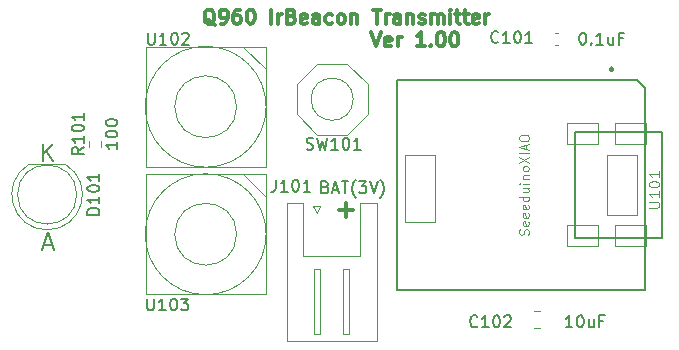
<source format=gbr>
%TF.GenerationSoftware,KiCad,Pcbnew,8.0.4-8.0.4-0~ubuntu22.04.1*%
%TF.CreationDate,2024-07-31T14:37:32+09:00*%
%TF.ProjectId,Q960,51393630-2e6b-4696-9361-645f70636258,1.00*%
%TF.SameCoordinates,Original*%
%TF.FileFunction,Legend,Top*%
%TF.FilePolarity,Positive*%
%FSLAX46Y46*%
G04 Gerber Fmt 4.6, Leading zero omitted, Abs format (unit mm)*
G04 Created by KiCad (PCBNEW 8.0.4-8.0.4-0~ubuntu22.04.1) date 2024-07-31 14:37:32*
%MOMM*%
%LPD*%
G01*
G04 APERTURE LIST*
%ADD10C,0.300000*%
%ADD11C,0.187500*%
%ADD12C,0.150000*%
%ADD13C,0.101600*%
%ADD14C,0.080000*%
%ADD15C,0.120000*%
%ADD16C,0.127000*%
%ADD17C,0.066040*%
%ADD18C,0.254000*%
G04 APERTURE END LIST*
D10*
X143777082Y-92788828D02*
X143662796Y-92731685D01*
X143662796Y-92731685D02*
X143548510Y-92617400D01*
X143548510Y-92617400D02*
X143377082Y-92445971D01*
X143377082Y-92445971D02*
X143262796Y-92388828D01*
X143262796Y-92388828D02*
X143148510Y-92388828D01*
X143205653Y-92674542D02*
X143091368Y-92617400D01*
X143091368Y-92617400D02*
X142977082Y-92503114D01*
X142977082Y-92503114D02*
X142919939Y-92274542D01*
X142919939Y-92274542D02*
X142919939Y-91874542D01*
X142919939Y-91874542D02*
X142977082Y-91645971D01*
X142977082Y-91645971D02*
X143091368Y-91531685D01*
X143091368Y-91531685D02*
X143205653Y-91474542D01*
X143205653Y-91474542D02*
X143434225Y-91474542D01*
X143434225Y-91474542D02*
X143548510Y-91531685D01*
X143548510Y-91531685D02*
X143662796Y-91645971D01*
X143662796Y-91645971D02*
X143719939Y-91874542D01*
X143719939Y-91874542D02*
X143719939Y-92274542D01*
X143719939Y-92274542D02*
X143662796Y-92503114D01*
X143662796Y-92503114D02*
X143548510Y-92617400D01*
X143548510Y-92617400D02*
X143434225Y-92674542D01*
X143434225Y-92674542D02*
X143205653Y-92674542D01*
X144291368Y-92674542D02*
X144519939Y-92674542D01*
X144519939Y-92674542D02*
X144634225Y-92617400D01*
X144634225Y-92617400D02*
X144691368Y-92560257D01*
X144691368Y-92560257D02*
X144805653Y-92388828D01*
X144805653Y-92388828D02*
X144862796Y-92160257D01*
X144862796Y-92160257D02*
X144862796Y-91703114D01*
X144862796Y-91703114D02*
X144805653Y-91588828D01*
X144805653Y-91588828D02*
X144748511Y-91531685D01*
X144748511Y-91531685D02*
X144634225Y-91474542D01*
X144634225Y-91474542D02*
X144405653Y-91474542D01*
X144405653Y-91474542D02*
X144291368Y-91531685D01*
X144291368Y-91531685D02*
X144234225Y-91588828D01*
X144234225Y-91588828D02*
X144177082Y-91703114D01*
X144177082Y-91703114D02*
X144177082Y-91988828D01*
X144177082Y-91988828D02*
X144234225Y-92103114D01*
X144234225Y-92103114D02*
X144291368Y-92160257D01*
X144291368Y-92160257D02*
X144405653Y-92217400D01*
X144405653Y-92217400D02*
X144634225Y-92217400D01*
X144634225Y-92217400D02*
X144748511Y-92160257D01*
X144748511Y-92160257D02*
X144805653Y-92103114D01*
X144805653Y-92103114D02*
X144862796Y-91988828D01*
X145891368Y-91474542D02*
X145662796Y-91474542D01*
X145662796Y-91474542D02*
X145548510Y-91531685D01*
X145548510Y-91531685D02*
X145491368Y-91588828D01*
X145491368Y-91588828D02*
X145377082Y-91760257D01*
X145377082Y-91760257D02*
X145319939Y-91988828D01*
X145319939Y-91988828D02*
X145319939Y-92445971D01*
X145319939Y-92445971D02*
X145377082Y-92560257D01*
X145377082Y-92560257D02*
X145434225Y-92617400D01*
X145434225Y-92617400D02*
X145548510Y-92674542D01*
X145548510Y-92674542D02*
X145777082Y-92674542D01*
X145777082Y-92674542D02*
X145891368Y-92617400D01*
X145891368Y-92617400D02*
X145948510Y-92560257D01*
X145948510Y-92560257D02*
X146005653Y-92445971D01*
X146005653Y-92445971D02*
X146005653Y-92160257D01*
X146005653Y-92160257D02*
X145948510Y-92045971D01*
X145948510Y-92045971D02*
X145891368Y-91988828D01*
X145891368Y-91988828D02*
X145777082Y-91931685D01*
X145777082Y-91931685D02*
X145548510Y-91931685D01*
X145548510Y-91931685D02*
X145434225Y-91988828D01*
X145434225Y-91988828D02*
X145377082Y-92045971D01*
X145377082Y-92045971D02*
X145319939Y-92160257D01*
X146748510Y-91474542D02*
X146862796Y-91474542D01*
X146862796Y-91474542D02*
X146977082Y-91531685D01*
X146977082Y-91531685D02*
X147034225Y-91588828D01*
X147034225Y-91588828D02*
X147091367Y-91703114D01*
X147091367Y-91703114D02*
X147148510Y-91931685D01*
X147148510Y-91931685D02*
X147148510Y-92217400D01*
X147148510Y-92217400D02*
X147091367Y-92445971D01*
X147091367Y-92445971D02*
X147034225Y-92560257D01*
X147034225Y-92560257D02*
X146977082Y-92617400D01*
X146977082Y-92617400D02*
X146862796Y-92674542D01*
X146862796Y-92674542D02*
X146748510Y-92674542D01*
X146748510Y-92674542D02*
X146634225Y-92617400D01*
X146634225Y-92617400D02*
X146577082Y-92560257D01*
X146577082Y-92560257D02*
X146519939Y-92445971D01*
X146519939Y-92445971D02*
X146462796Y-92217400D01*
X146462796Y-92217400D02*
X146462796Y-91931685D01*
X146462796Y-91931685D02*
X146519939Y-91703114D01*
X146519939Y-91703114D02*
X146577082Y-91588828D01*
X146577082Y-91588828D02*
X146634225Y-91531685D01*
X146634225Y-91531685D02*
X146748510Y-91474542D01*
X148577082Y-92674542D02*
X148577082Y-91474542D01*
X149148511Y-92674542D02*
X149148511Y-91874542D01*
X149148511Y-92103114D02*
X149205654Y-91988828D01*
X149205654Y-91988828D02*
X149262797Y-91931685D01*
X149262797Y-91931685D02*
X149377082Y-91874542D01*
X149377082Y-91874542D02*
X149491368Y-91874542D01*
X150291368Y-92045971D02*
X150462796Y-92103114D01*
X150462796Y-92103114D02*
X150519939Y-92160257D01*
X150519939Y-92160257D02*
X150577082Y-92274542D01*
X150577082Y-92274542D02*
X150577082Y-92445971D01*
X150577082Y-92445971D02*
X150519939Y-92560257D01*
X150519939Y-92560257D02*
X150462796Y-92617400D01*
X150462796Y-92617400D02*
X150348511Y-92674542D01*
X150348511Y-92674542D02*
X149891368Y-92674542D01*
X149891368Y-92674542D02*
X149891368Y-91474542D01*
X149891368Y-91474542D02*
X150291368Y-91474542D01*
X150291368Y-91474542D02*
X150405654Y-91531685D01*
X150405654Y-91531685D02*
X150462796Y-91588828D01*
X150462796Y-91588828D02*
X150519939Y-91703114D01*
X150519939Y-91703114D02*
X150519939Y-91817400D01*
X150519939Y-91817400D02*
X150462796Y-91931685D01*
X150462796Y-91931685D02*
X150405654Y-91988828D01*
X150405654Y-91988828D02*
X150291368Y-92045971D01*
X150291368Y-92045971D02*
X149891368Y-92045971D01*
X151548511Y-92617400D02*
X151434225Y-92674542D01*
X151434225Y-92674542D02*
X151205654Y-92674542D01*
X151205654Y-92674542D02*
X151091368Y-92617400D01*
X151091368Y-92617400D02*
X151034225Y-92503114D01*
X151034225Y-92503114D02*
X151034225Y-92045971D01*
X151034225Y-92045971D02*
X151091368Y-91931685D01*
X151091368Y-91931685D02*
X151205654Y-91874542D01*
X151205654Y-91874542D02*
X151434225Y-91874542D01*
X151434225Y-91874542D02*
X151548511Y-91931685D01*
X151548511Y-91931685D02*
X151605654Y-92045971D01*
X151605654Y-92045971D02*
X151605654Y-92160257D01*
X151605654Y-92160257D02*
X151034225Y-92274542D01*
X152634225Y-92674542D02*
X152634225Y-92045971D01*
X152634225Y-92045971D02*
X152577082Y-91931685D01*
X152577082Y-91931685D02*
X152462796Y-91874542D01*
X152462796Y-91874542D02*
X152234225Y-91874542D01*
X152234225Y-91874542D02*
X152119939Y-91931685D01*
X152634225Y-92617400D02*
X152519939Y-92674542D01*
X152519939Y-92674542D02*
X152234225Y-92674542D01*
X152234225Y-92674542D02*
X152119939Y-92617400D01*
X152119939Y-92617400D02*
X152062796Y-92503114D01*
X152062796Y-92503114D02*
X152062796Y-92388828D01*
X152062796Y-92388828D02*
X152119939Y-92274542D01*
X152119939Y-92274542D02*
X152234225Y-92217400D01*
X152234225Y-92217400D02*
X152519939Y-92217400D01*
X152519939Y-92217400D02*
X152634225Y-92160257D01*
X153719939Y-92617400D02*
X153605653Y-92674542D01*
X153605653Y-92674542D02*
X153377081Y-92674542D01*
X153377081Y-92674542D02*
X153262796Y-92617400D01*
X153262796Y-92617400D02*
X153205653Y-92560257D01*
X153205653Y-92560257D02*
X153148510Y-92445971D01*
X153148510Y-92445971D02*
X153148510Y-92103114D01*
X153148510Y-92103114D02*
X153205653Y-91988828D01*
X153205653Y-91988828D02*
X153262796Y-91931685D01*
X153262796Y-91931685D02*
X153377081Y-91874542D01*
X153377081Y-91874542D02*
X153605653Y-91874542D01*
X153605653Y-91874542D02*
X153719939Y-91931685D01*
X154405652Y-92674542D02*
X154291367Y-92617400D01*
X154291367Y-92617400D02*
X154234224Y-92560257D01*
X154234224Y-92560257D02*
X154177081Y-92445971D01*
X154177081Y-92445971D02*
X154177081Y-92103114D01*
X154177081Y-92103114D02*
X154234224Y-91988828D01*
X154234224Y-91988828D02*
X154291367Y-91931685D01*
X154291367Y-91931685D02*
X154405652Y-91874542D01*
X154405652Y-91874542D02*
X154577081Y-91874542D01*
X154577081Y-91874542D02*
X154691367Y-91931685D01*
X154691367Y-91931685D02*
X154748510Y-91988828D01*
X154748510Y-91988828D02*
X154805652Y-92103114D01*
X154805652Y-92103114D02*
X154805652Y-92445971D01*
X154805652Y-92445971D02*
X154748510Y-92560257D01*
X154748510Y-92560257D02*
X154691367Y-92617400D01*
X154691367Y-92617400D02*
X154577081Y-92674542D01*
X154577081Y-92674542D02*
X154405652Y-92674542D01*
X155319938Y-91874542D02*
X155319938Y-92674542D01*
X155319938Y-91988828D02*
X155377081Y-91931685D01*
X155377081Y-91931685D02*
X155491366Y-91874542D01*
X155491366Y-91874542D02*
X155662795Y-91874542D01*
X155662795Y-91874542D02*
X155777081Y-91931685D01*
X155777081Y-91931685D02*
X155834224Y-92045971D01*
X155834224Y-92045971D02*
X155834224Y-92674542D01*
X157148509Y-91474542D02*
X157834224Y-91474542D01*
X157491366Y-92674542D02*
X157491366Y-91474542D01*
X158234224Y-92674542D02*
X158234224Y-91874542D01*
X158234224Y-92103114D02*
X158291367Y-91988828D01*
X158291367Y-91988828D02*
X158348510Y-91931685D01*
X158348510Y-91931685D02*
X158462795Y-91874542D01*
X158462795Y-91874542D02*
X158577081Y-91874542D01*
X159491367Y-92674542D02*
X159491367Y-92045971D01*
X159491367Y-92045971D02*
X159434224Y-91931685D01*
X159434224Y-91931685D02*
X159319938Y-91874542D01*
X159319938Y-91874542D02*
X159091367Y-91874542D01*
X159091367Y-91874542D02*
X158977081Y-91931685D01*
X159491367Y-92617400D02*
X159377081Y-92674542D01*
X159377081Y-92674542D02*
X159091367Y-92674542D01*
X159091367Y-92674542D02*
X158977081Y-92617400D01*
X158977081Y-92617400D02*
X158919938Y-92503114D01*
X158919938Y-92503114D02*
X158919938Y-92388828D01*
X158919938Y-92388828D02*
X158977081Y-92274542D01*
X158977081Y-92274542D02*
X159091367Y-92217400D01*
X159091367Y-92217400D02*
X159377081Y-92217400D01*
X159377081Y-92217400D02*
X159491367Y-92160257D01*
X160062795Y-91874542D02*
X160062795Y-92674542D01*
X160062795Y-91988828D02*
X160119938Y-91931685D01*
X160119938Y-91931685D02*
X160234223Y-91874542D01*
X160234223Y-91874542D02*
X160405652Y-91874542D01*
X160405652Y-91874542D02*
X160519938Y-91931685D01*
X160519938Y-91931685D02*
X160577081Y-92045971D01*
X160577081Y-92045971D02*
X160577081Y-92674542D01*
X161091366Y-92617400D02*
X161205652Y-92674542D01*
X161205652Y-92674542D02*
X161434223Y-92674542D01*
X161434223Y-92674542D02*
X161548509Y-92617400D01*
X161548509Y-92617400D02*
X161605652Y-92503114D01*
X161605652Y-92503114D02*
X161605652Y-92445971D01*
X161605652Y-92445971D02*
X161548509Y-92331685D01*
X161548509Y-92331685D02*
X161434223Y-92274542D01*
X161434223Y-92274542D02*
X161262795Y-92274542D01*
X161262795Y-92274542D02*
X161148509Y-92217400D01*
X161148509Y-92217400D02*
X161091366Y-92103114D01*
X161091366Y-92103114D02*
X161091366Y-92045971D01*
X161091366Y-92045971D02*
X161148509Y-91931685D01*
X161148509Y-91931685D02*
X161262795Y-91874542D01*
X161262795Y-91874542D02*
X161434223Y-91874542D01*
X161434223Y-91874542D02*
X161548509Y-91931685D01*
X162119938Y-92674542D02*
X162119938Y-91874542D01*
X162119938Y-91988828D02*
X162177081Y-91931685D01*
X162177081Y-91931685D02*
X162291366Y-91874542D01*
X162291366Y-91874542D02*
X162462795Y-91874542D01*
X162462795Y-91874542D02*
X162577081Y-91931685D01*
X162577081Y-91931685D02*
X162634224Y-92045971D01*
X162634224Y-92045971D02*
X162634224Y-92674542D01*
X162634224Y-92045971D02*
X162691366Y-91931685D01*
X162691366Y-91931685D02*
X162805652Y-91874542D01*
X162805652Y-91874542D02*
X162977081Y-91874542D01*
X162977081Y-91874542D02*
X163091366Y-91931685D01*
X163091366Y-91931685D02*
X163148509Y-92045971D01*
X163148509Y-92045971D02*
X163148509Y-92674542D01*
X163719938Y-92674542D02*
X163719938Y-91874542D01*
X163719938Y-91474542D02*
X163662795Y-91531685D01*
X163662795Y-91531685D02*
X163719938Y-91588828D01*
X163719938Y-91588828D02*
X163777081Y-91531685D01*
X163777081Y-91531685D02*
X163719938Y-91474542D01*
X163719938Y-91474542D02*
X163719938Y-91588828D01*
X164119938Y-91874542D02*
X164577081Y-91874542D01*
X164291367Y-91474542D02*
X164291367Y-92503114D01*
X164291367Y-92503114D02*
X164348510Y-92617400D01*
X164348510Y-92617400D02*
X164462795Y-92674542D01*
X164462795Y-92674542D02*
X164577081Y-92674542D01*
X164805652Y-91874542D02*
X165262795Y-91874542D01*
X164977081Y-91474542D02*
X164977081Y-92503114D01*
X164977081Y-92503114D02*
X165034224Y-92617400D01*
X165034224Y-92617400D02*
X165148509Y-92674542D01*
X165148509Y-92674542D02*
X165262795Y-92674542D01*
X166119938Y-92617400D02*
X166005652Y-92674542D01*
X166005652Y-92674542D02*
X165777081Y-92674542D01*
X165777081Y-92674542D02*
X165662795Y-92617400D01*
X165662795Y-92617400D02*
X165605652Y-92503114D01*
X165605652Y-92503114D02*
X165605652Y-92045971D01*
X165605652Y-92045971D02*
X165662795Y-91931685D01*
X165662795Y-91931685D02*
X165777081Y-91874542D01*
X165777081Y-91874542D02*
X166005652Y-91874542D01*
X166005652Y-91874542D02*
X166119938Y-91931685D01*
X166119938Y-91931685D02*
X166177081Y-92045971D01*
X166177081Y-92045971D02*
X166177081Y-92160257D01*
X166177081Y-92160257D02*
X165605652Y-92274542D01*
X166691366Y-92674542D02*
X166691366Y-91874542D01*
X166691366Y-92103114D02*
X166748509Y-91988828D01*
X166748509Y-91988828D02*
X166805652Y-91931685D01*
X166805652Y-91931685D02*
X166919937Y-91874542D01*
X166919937Y-91874542D02*
X167034223Y-91874542D01*
X154304510Y-108449400D02*
X155447368Y-108449400D01*
X154875939Y-109020828D02*
X154875939Y-107877971D01*
D11*
X129258497Y-104327678D02*
X129258497Y-102827678D01*
X130115640Y-104327678D02*
X129472783Y-103470535D01*
X130115640Y-102827678D02*
X129258497Y-103684821D01*
X129314069Y-111392107D02*
X130028355Y-111392107D01*
X129171212Y-111820678D02*
X129671212Y-110320678D01*
X129671212Y-110320678D02*
X130171212Y-111820678D01*
D10*
X157029653Y-93379542D02*
X157429653Y-94579542D01*
X157429653Y-94579542D02*
X157829653Y-93379542D01*
X158686796Y-94522400D02*
X158572510Y-94579542D01*
X158572510Y-94579542D02*
X158343939Y-94579542D01*
X158343939Y-94579542D02*
X158229653Y-94522400D01*
X158229653Y-94522400D02*
X158172510Y-94408114D01*
X158172510Y-94408114D02*
X158172510Y-93950971D01*
X158172510Y-93950971D02*
X158229653Y-93836685D01*
X158229653Y-93836685D02*
X158343939Y-93779542D01*
X158343939Y-93779542D02*
X158572510Y-93779542D01*
X158572510Y-93779542D02*
X158686796Y-93836685D01*
X158686796Y-93836685D02*
X158743939Y-93950971D01*
X158743939Y-93950971D02*
X158743939Y-94065257D01*
X158743939Y-94065257D02*
X158172510Y-94179542D01*
X159258224Y-94579542D02*
X159258224Y-93779542D01*
X159258224Y-94008114D02*
X159315367Y-93893828D01*
X159315367Y-93893828D02*
X159372510Y-93836685D01*
X159372510Y-93836685D02*
X159486795Y-93779542D01*
X159486795Y-93779542D02*
X159601081Y-93779542D01*
X161543938Y-94579542D02*
X160858224Y-94579542D01*
X161201081Y-94579542D02*
X161201081Y-93379542D01*
X161201081Y-93379542D02*
X161086795Y-93550971D01*
X161086795Y-93550971D02*
X160972510Y-93665257D01*
X160972510Y-93665257D02*
X160858224Y-93722400D01*
X162058224Y-94465257D02*
X162115367Y-94522400D01*
X162115367Y-94522400D02*
X162058224Y-94579542D01*
X162058224Y-94579542D02*
X162001081Y-94522400D01*
X162001081Y-94522400D02*
X162058224Y-94465257D01*
X162058224Y-94465257D02*
X162058224Y-94579542D01*
X162858224Y-93379542D02*
X162972510Y-93379542D01*
X162972510Y-93379542D02*
X163086796Y-93436685D01*
X163086796Y-93436685D02*
X163143939Y-93493828D01*
X163143939Y-93493828D02*
X163201081Y-93608114D01*
X163201081Y-93608114D02*
X163258224Y-93836685D01*
X163258224Y-93836685D02*
X163258224Y-94122400D01*
X163258224Y-94122400D02*
X163201081Y-94350971D01*
X163201081Y-94350971D02*
X163143939Y-94465257D01*
X163143939Y-94465257D02*
X163086796Y-94522400D01*
X163086796Y-94522400D02*
X162972510Y-94579542D01*
X162972510Y-94579542D02*
X162858224Y-94579542D01*
X162858224Y-94579542D02*
X162743939Y-94522400D01*
X162743939Y-94522400D02*
X162686796Y-94465257D01*
X162686796Y-94465257D02*
X162629653Y-94350971D01*
X162629653Y-94350971D02*
X162572510Y-94122400D01*
X162572510Y-94122400D02*
X162572510Y-93836685D01*
X162572510Y-93836685D02*
X162629653Y-93608114D01*
X162629653Y-93608114D02*
X162686796Y-93493828D01*
X162686796Y-93493828D02*
X162743939Y-93436685D01*
X162743939Y-93436685D02*
X162858224Y-93379542D01*
X164001081Y-93379542D02*
X164115367Y-93379542D01*
X164115367Y-93379542D02*
X164229653Y-93436685D01*
X164229653Y-93436685D02*
X164286796Y-93493828D01*
X164286796Y-93493828D02*
X164343938Y-93608114D01*
X164343938Y-93608114D02*
X164401081Y-93836685D01*
X164401081Y-93836685D02*
X164401081Y-94122400D01*
X164401081Y-94122400D02*
X164343938Y-94350971D01*
X164343938Y-94350971D02*
X164286796Y-94465257D01*
X164286796Y-94465257D02*
X164229653Y-94522400D01*
X164229653Y-94522400D02*
X164115367Y-94579542D01*
X164115367Y-94579542D02*
X164001081Y-94579542D01*
X164001081Y-94579542D02*
X163886796Y-94522400D01*
X163886796Y-94522400D02*
X163829653Y-94465257D01*
X163829653Y-94465257D02*
X163772510Y-94350971D01*
X163772510Y-94350971D02*
X163715367Y-94122400D01*
X163715367Y-94122400D02*
X163715367Y-93836685D01*
X163715367Y-93836685D02*
X163772510Y-93608114D01*
X163772510Y-93608114D02*
X163829653Y-93493828D01*
X163829653Y-93493828D02*
X163886796Y-93436685D01*
X163886796Y-93436685D02*
X164001081Y-93379542D01*
D12*
X138061339Y-115933860D02*
X138061339Y-116743383D01*
X138061339Y-116743383D02*
X138108958Y-116838621D01*
X138108958Y-116838621D02*
X138156577Y-116886241D01*
X138156577Y-116886241D02*
X138251815Y-116933860D01*
X138251815Y-116933860D02*
X138442291Y-116933860D01*
X138442291Y-116933860D02*
X138537529Y-116886241D01*
X138537529Y-116886241D02*
X138585148Y-116838621D01*
X138585148Y-116838621D02*
X138632767Y-116743383D01*
X138632767Y-116743383D02*
X138632767Y-115933860D01*
X139632767Y-116933860D02*
X139061339Y-116933860D01*
X139347053Y-116933860D02*
X139347053Y-115933860D01*
X139347053Y-115933860D02*
X139251815Y-116076717D01*
X139251815Y-116076717D02*
X139156577Y-116171955D01*
X139156577Y-116171955D02*
X139061339Y-116219574D01*
X140251815Y-115933860D02*
X140347053Y-115933860D01*
X140347053Y-115933860D02*
X140442291Y-115981479D01*
X140442291Y-115981479D02*
X140489910Y-116029098D01*
X140489910Y-116029098D02*
X140537529Y-116124336D01*
X140537529Y-116124336D02*
X140585148Y-116314812D01*
X140585148Y-116314812D02*
X140585148Y-116552907D01*
X140585148Y-116552907D02*
X140537529Y-116743383D01*
X140537529Y-116743383D02*
X140489910Y-116838621D01*
X140489910Y-116838621D02*
X140442291Y-116886241D01*
X140442291Y-116886241D02*
X140347053Y-116933860D01*
X140347053Y-116933860D02*
X140251815Y-116933860D01*
X140251815Y-116933860D02*
X140156577Y-116886241D01*
X140156577Y-116886241D02*
X140108958Y-116838621D01*
X140108958Y-116838621D02*
X140061339Y-116743383D01*
X140061339Y-116743383D02*
X140013720Y-116552907D01*
X140013720Y-116552907D02*
X140013720Y-116314812D01*
X140013720Y-116314812D02*
X140061339Y-116124336D01*
X140061339Y-116124336D02*
X140108958Y-116029098D01*
X140108958Y-116029098D02*
X140156577Y-115981479D01*
X140156577Y-115981479D02*
X140251815Y-115933860D01*
X140918482Y-115933860D02*
X141537529Y-115933860D01*
X141537529Y-115933860D02*
X141204196Y-116314812D01*
X141204196Y-116314812D02*
X141347053Y-116314812D01*
X141347053Y-116314812D02*
X141442291Y-116362431D01*
X141442291Y-116362431D02*
X141489910Y-116410050D01*
X141489910Y-116410050D02*
X141537529Y-116505288D01*
X141537529Y-116505288D02*
X141537529Y-116743383D01*
X141537529Y-116743383D02*
X141489910Y-116838621D01*
X141489910Y-116838621D02*
X141442291Y-116886241D01*
X141442291Y-116886241D02*
X141347053Y-116933860D01*
X141347053Y-116933860D02*
X141061339Y-116933860D01*
X141061339Y-116933860D02*
X140966101Y-116886241D01*
X140966101Y-116886241D02*
X140918482Y-116838621D01*
X151551286Y-103277200D02*
X151694143Y-103324819D01*
X151694143Y-103324819D02*
X151932238Y-103324819D01*
X151932238Y-103324819D02*
X152027476Y-103277200D01*
X152027476Y-103277200D02*
X152075095Y-103229580D01*
X152075095Y-103229580D02*
X152122714Y-103134342D01*
X152122714Y-103134342D02*
X152122714Y-103039104D01*
X152122714Y-103039104D02*
X152075095Y-102943866D01*
X152075095Y-102943866D02*
X152027476Y-102896247D01*
X152027476Y-102896247D02*
X151932238Y-102848628D01*
X151932238Y-102848628D02*
X151741762Y-102801009D01*
X151741762Y-102801009D02*
X151646524Y-102753390D01*
X151646524Y-102753390D02*
X151598905Y-102705771D01*
X151598905Y-102705771D02*
X151551286Y-102610533D01*
X151551286Y-102610533D02*
X151551286Y-102515295D01*
X151551286Y-102515295D02*
X151598905Y-102420057D01*
X151598905Y-102420057D02*
X151646524Y-102372438D01*
X151646524Y-102372438D02*
X151741762Y-102324819D01*
X151741762Y-102324819D02*
X151979857Y-102324819D01*
X151979857Y-102324819D02*
X152122714Y-102372438D01*
X152456048Y-102324819D02*
X152694143Y-103324819D01*
X152694143Y-103324819D02*
X152884619Y-102610533D01*
X152884619Y-102610533D02*
X153075095Y-103324819D01*
X153075095Y-103324819D02*
X153313191Y-102324819D01*
X154217952Y-103324819D02*
X153646524Y-103324819D01*
X153932238Y-103324819D02*
X153932238Y-102324819D01*
X153932238Y-102324819D02*
X153837000Y-102467676D01*
X153837000Y-102467676D02*
X153741762Y-102562914D01*
X153741762Y-102562914D02*
X153646524Y-102610533D01*
X154837000Y-102324819D02*
X154932238Y-102324819D01*
X154932238Y-102324819D02*
X155027476Y-102372438D01*
X155027476Y-102372438D02*
X155075095Y-102420057D01*
X155075095Y-102420057D02*
X155122714Y-102515295D01*
X155122714Y-102515295D02*
X155170333Y-102705771D01*
X155170333Y-102705771D02*
X155170333Y-102943866D01*
X155170333Y-102943866D02*
X155122714Y-103134342D01*
X155122714Y-103134342D02*
X155075095Y-103229580D01*
X155075095Y-103229580D02*
X155027476Y-103277200D01*
X155027476Y-103277200D02*
X154932238Y-103324819D01*
X154932238Y-103324819D02*
X154837000Y-103324819D01*
X154837000Y-103324819D02*
X154741762Y-103277200D01*
X154741762Y-103277200D02*
X154694143Y-103229580D01*
X154694143Y-103229580D02*
X154646524Y-103134342D01*
X154646524Y-103134342D02*
X154598905Y-102943866D01*
X154598905Y-102943866D02*
X154598905Y-102705771D01*
X154598905Y-102705771D02*
X154646524Y-102515295D01*
X154646524Y-102515295D02*
X154694143Y-102420057D01*
X154694143Y-102420057D02*
X154741762Y-102372438D01*
X154741762Y-102372438D02*
X154837000Y-102324819D01*
X156122714Y-103324819D02*
X155551286Y-103324819D01*
X155837000Y-103324819D02*
X155837000Y-102324819D01*
X155837000Y-102324819D02*
X155741762Y-102467676D01*
X155741762Y-102467676D02*
X155646524Y-102562914D01*
X155646524Y-102562914D02*
X155551286Y-102610533D01*
X132668819Y-103119047D02*
X132192628Y-103452380D01*
X132668819Y-103690475D02*
X131668819Y-103690475D01*
X131668819Y-103690475D02*
X131668819Y-103309523D01*
X131668819Y-103309523D02*
X131716438Y-103214285D01*
X131716438Y-103214285D02*
X131764057Y-103166666D01*
X131764057Y-103166666D02*
X131859295Y-103119047D01*
X131859295Y-103119047D02*
X132002152Y-103119047D01*
X132002152Y-103119047D02*
X132097390Y-103166666D01*
X132097390Y-103166666D02*
X132145009Y-103214285D01*
X132145009Y-103214285D02*
X132192628Y-103309523D01*
X132192628Y-103309523D02*
X132192628Y-103690475D01*
X132668819Y-102166666D02*
X132668819Y-102738094D01*
X132668819Y-102452380D02*
X131668819Y-102452380D01*
X131668819Y-102452380D02*
X131811676Y-102547618D01*
X131811676Y-102547618D02*
X131906914Y-102642856D01*
X131906914Y-102642856D02*
X131954533Y-102738094D01*
X131668819Y-101547618D02*
X131668819Y-101452380D01*
X131668819Y-101452380D02*
X131716438Y-101357142D01*
X131716438Y-101357142D02*
X131764057Y-101309523D01*
X131764057Y-101309523D02*
X131859295Y-101261904D01*
X131859295Y-101261904D02*
X132049771Y-101214285D01*
X132049771Y-101214285D02*
X132287866Y-101214285D01*
X132287866Y-101214285D02*
X132478342Y-101261904D01*
X132478342Y-101261904D02*
X132573580Y-101309523D01*
X132573580Y-101309523D02*
X132621200Y-101357142D01*
X132621200Y-101357142D02*
X132668819Y-101452380D01*
X132668819Y-101452380D02*
X132668819Y-101547618D01*
X132668819Y-101547618D02*
X132621200Y-101642856D01*
X132621200Y-101642856D02*
X132573580Y-101690475D01*
X132573580Y-101690475D02*
X132478342Y-101738094D01*
X132478342Y-101738094D02*
X132287866Y-101785713D01*
X132287866Y-101785713D02*
X132049771Y-101785713D01*
X132049771Y-101785713D02*
X131859295Y-101738094D01*
X131859295Y-101738094D02*
X131764057Y-101690475D01*
X131764057Y-101690475D02*
X131716438Y-101642856D01*
X131716438Y-101642856D02*
X131668819Y-101547618D01*
X132668819Y-100261904D02*
X132668819Y-100833332D01*
X132668819Y-100547618D02*
X131668819Y-100547618D01*
X131668819Y-100547618D02*
X131811676Y-100642856D01*
X131811676Y-100642856D02*
X131906914Y-100738094D01*
X131906914Y-100738094D02*
X131954533Y-100833332D01*
X135528819Y-102666666D02*
X135528819Y-103238094D01*
X135528819Y-102952380D02*
X134528819Y-102952380D01*
X134528819Y-102952380D02*
X134671676Y-103047618D01*
X134671676Y-103047618D02*
X134766914Y-103142856D01*
X134766914Y-103142856D02*
X134814533Y-103238094D01*
X134528819Y-102047618D02*
X134528819Y-101952380D01*
X134528819Y-101952380D02*
X134576438Y-101857142D01*
X134576438Y-101857142D02*
X134624057Y-101809523D01*
X134624057Y-101809523D02*
X134719295Y-101761904D01*
X134719295Y-101761904D02*
X134909771Y-101714285D01*
X134909771Y-101714285D02*
X135147866Y-101714285D01*
X135147866Y-101714285D02*
X135338342Y-101761904D01*
X135338342Y-101761904D02*
X135433580Y-101809523D01*
X135433580Y-101809523D02*
X135481200Y-101857142D01*
X135481200Y-101857142D02*
X135528819Y-101952380D01*
X135528819Y-101952380D02*
X135528819Y-102047618D01*
X135528819Y-102047618D02*
X135481200Y-102142856D01*
X135481200Y-102142856D02*
X135433580Y-102190475D01*
X135433580Y-102190475D02*
X135338342Y-102238094D01*
X135338342Y-102238094D02*
X135147866Y-102285713D01*
X135147866Y-102285713D02*
X134909771Y-102285713D01*
X134909771Y-102285713D02*
X134719295Y-102238094D01*
X134719295Y-102238094D02*
X134624057Y-102190475D01*
X134624057Y-102190475D02*
X134576438Y-102142856D01*
X134576438Y-102142856D02*
X134528819Y-102047618D01*
X134528819Y-101095237D02*
X134528819Y-100999999D01*
X134528819Y-100999999D02*
X134576438Y-100904761D01*
X134576438Y-100904761D02*
X134624057Y-100857142D01*
X134624057Y-100857142D02*
X134719295Y-100809523D01*
X134719295Y-100809523D02*
X134909771Y-100761904D01*
X134909771Y-100761904D02*
X135147866Y-100761904D01*
X135147866Y-100761904D02*
X135338342Y-100809523D01*
X135338342Y-100809523D02*
X135433580Y-100857142D01*
X135433580Y-100857142D02*
X135481200Y-100904761D01*
X135481200Y-100904761D02*
X135528819Y-100999999D01*
X135528819Y-100999999D02*
X135528819Y-101095237D01*
X135528819Y-101095237D02*
X135481200Y-101190475D01*
X135481200Y-101190475D02*
X135433580Y-101238094D01*
X135433580Y-101238094D02*
X135338342Y-101285713D01*
X135338342Y-101285713D02*
X135147866Y-101333332D01*
X135147866Y-101333332D02*
X134909771Y-101333332D01*
X134909771Y-101333332D02*
X134719295Y-101285713D01*
X134719295Y-101285713D02*
X134624057Y-101238094D01*
X134624057Y-101238094D02*
X134576438Y-101190475D01*
X134576438Y-101190475D02*
X134528819Y-101095237D01*
X148955285Y-105880819D02*
X148955285Y-106595104D01*
X148955285Y-106595104D02*
X148907666Y-106737961D01*
X148907666Y-106737961D02*
X148812428Y-106833200D01*
X148812428Y-106833200D02*
X148669571Y-106880819D01*
X148669571Y-106880819D02*
X148574333Y-106880819D01*
X149955285Y-106880819D02*
X149383857Y-106880819D01*
X149669571Y-106880819D02*
X149669571Y-105880819D01*
X149669571Y-105880819D02*
X149574333Y-106023676D01*
X149574333Y-106023676D02*
X149479095Y-106118914D01*
X149479095Y-106118914D02*
X149383857Y-106166533D01*
X150574333Y-105880819D02*
X150669571Y-105880819D01*
X150669571Y-105880819D02*
X150764809Y-105928438D01*
X150764809Y-105928438D02*
X150812428Y-105976057D01*
X150812428Y-105976057D02*
X150860047Y-106071295D01*
X150860047Y-106071295D02*
X150907666Y-106261771D01*
X150907666Y-106261771D02*
X150907666Y-106499866D01*
X150907666Y-106499866D02*
X150860047Y-106690342D01*
X150860047Y-106690342D02*
X150812428Y-106785580D01*
X150812428Y-106785580D02*
X150764809Y-106833200D01*
X150764809Y-106833200D02*
X150669571Y-106880819D01*
X150669571Y-106880819D02*
X150574333Y-106880819D01*
X150574333Y-106880819D02*
X150479095Y-106833200D01*
X150479095Y-106833200D02*
X150431476Y-106785580D01*
X150431476Y-106785580D02*
X150383857Y-106690342D01*
X150383857Y-106690342D02*
X150336238Y-106499866D01*
X150336238Y-106499866D02*
X150336238Y-106261771D01*
X150336238Y-106261771D02*
X150383857Y-106071295D01*
X150383857Y-106071295D02*
X150431476Y-105976057D01*
X150431476Y-105976057D02*
X150479095Y-105928438D01*
X150479095Y-105928438D02*
X150574333Y-105880819D01*
X151860047Y-106880819D02*
X151288619Y-106880819D01*
X151574333Y-106880819D02*
X151574333Y-105880819D01*
X151574333Y-105880819D02*
X151479095Y-106023676D01*
X151479095Y-106023676D02*
X151383857Y-106118914D01*
X151383857Y-106118914D02*
X151288619Y-106166533D01*
X153138475Y-106484009D02*
X153281332Y-106531628D01*
X153281332Y-106531628D02*
X153328951Y-106579247D01*
X153328951Y-106579247D02*
X153376570Y-106674485D01*
X153376570Y-106674485D02*
X153376570Y-106817342D01*
X153376570Y-106817342D02*
X153328951Y-106912580D01*
X153328951Y-106912580D02*
X153281332Y-106960200D01*
X153281332Y-106960200D02*
X153186094Y-107007819D01*
X153186094Y-107007819D02*
X152805142Y-107007819D01*
X152805142Y-107007819D02*
X152805142Y-106007819D01*
X152805142Y-106007819D02*
X153138475Y-106007819D01*
X153138475Y-106007819D02*
X153233713Y-106055438D01*
X153233713Y-106055438D02*
X153281332Y-106103057D01*
X153281332Y-106103057D02*
X153328951Y-106198295D01*
X153328951Y-106198295D02*
X153328951Y-106293533D01*
X153328951Y-106293533D02*
X153281332Y-106388771D01*
X153281332Y-106388771D02*
X153233713Y-106436390D01*
X153233713Y-106436390D02*
X153138475Y-106484009D01*
X153138475Y-106484009D02*
X152805142Y-106484009D01*
X153757523Y-106722104D02*
X154233713Y-106722104D01*
X153662285Y-107007819D02*
X153995618Y-106007819D01*
X153995618Y-106007819D02*
X154328951Y-107007819D01*
X154519428Y-106007819D02*
X155090856Y-106007819D01*
X154805142Y-107007819D02*
X154805142Y-106007819D01*
X155709904Y-107388771D02*
X155662285Y-107341152D01*
X155662285Y-107341152D02*
X155567047Y-107198295D01*
X155567047Y-107198295D02*
X155519428Y-107103057D01*
X155519428Y-107103057D02*
X155471809Y-106960200D01*
X155471809Y-106960200D02*
X155424190Y-106722104D01*
X155424190Y-106722104D02*
X155424190Y-106531628D01*
X155424190Y-106531628D02*
X155471809Y-106293533D01*
X155471809Y-106293533D02*
X155519428Y-106150676D01*
X155519428Y-106150676D02*
X155567047Y-106055438D01*
X155567047Y-106055438D02*
X155662285Y-105912580D01*
X155662285Y-105912580D02*
X155709904Y-105864961D01*
X155995619Y-106007819D02*
X156614666Y-106007819D01*
X156614666Y-106007819D02*
X156281333Y-106388771D01*
X156281333Y-106388771D02*
X156424190Y-106388771D01*
X156424190Y-106388771D02*
X156519428Y-106436390D01*
X156519428Y-106436390D02*
X156567047Y-106484009D01*
X156567047Y-106484009D02*
X156614666Y-106579247D01*
X156614666Y-106579247D02*
X156614666Y-106817342D01*
X156614666Y-106817342D02*
X156567047Y-106912580D01*
X156567047Y-106912580D02*
X156519428Y-106960200D01*
X156519428Y-106960200D02*
X156424190Y-107007819D01*
X156424190Y-107007819D02*
X156138476Y-107007819D01*
X156138476Y-107007819D02*
X156043238Y-106960200D01*
X156043238Y-106960200D02*
X155995619Y-106912580D01*
X156900381Y-106007819D02*
X157233714Y-107007819D01*
X157233714Y-107007819D02*
X157567047Y-106007819D01*
X157805143Y-107388771D02*
X157852762Y-107341152D01*
X157852762Y-107341152D02*
X157948000Y-107198295D01*
X157948000Y-107198295D02*
X157995619Y-107103057D01*
X157995619Y-107103057D02*
X158043238Y-106960200D01*
X158043238Y-106960200D02*
X158090857Y-106722104D01*
X158090857Y-106722104D02*
X158090857Y-106531628D01*
X158090857Y-106531628D02*
X158043238Y-106293533D01*
X158043238Y-106293533D02*
X157995619Y-106150676D01*
X157995619Y-106150676D02*
X157948000Y-106055438D01*
X157948000Y-106055438D02*
X157852762Y-105912580D01*
X157852762Y-105912580D02*
X157805143Y-105864961D01*
D13*
X180511665Y-108265380D02*
X181231332Y-108265380D01*
X181231332Y-108265380D02*
X181315998Y-108223047D01*
X181315998Y-108223047D02*
X181358332Y-108180713D01*
X181358332Y-108180713D02*
X181400665Y-108096047D01*
X181400665Y-108096047D02*
X181400665Y-107926713D01*
X181400665Y-107926713D02*
X181358332Y-107842047D01*
X181358332Y-107842047D02*
X181315998Y-107799713D01*
X181315998Y-107799713D02*
X181231332Y-107757380D01*
X181231332Y-107757380D02*
X180511665Y-107757380D01*
X181400665Y-106868380D02*
X181400665Y-107376380D01*
X181400665Y-107122380D02*
X180511665Y-107122380D01*
X180511665Y-107122380D02*
X180638665Y-107207047D01*
X180638665Y-107207047D02*
X180723332Y-107291714D01*
X180723332Y-107291714D02*
X180765665Y-107376380D01*
X180511665Y-106318047D02*
X180511665Y-106233380D01*
X180511665Y-106233380D02*
X180553998Y-106148713D01*
X180553998Y-106148713D02*
X180596332Y-106106380D01*
X180596332Y-106106380D02*
X180680998Y-106064047D01*
X180680998Y-106064047D02*
X180850332Y-106021713D01*
X180850332Y-106021713D02*
X181061998Y-106021713D01*
X181061998Y-106021713D02*
X181231332Y-106064047D01*
X181231332Y-106064047D02*
X181315998Y-106106380D01*
X181315998Y-106106380D02*
X181358332Y-106148713D01*
X181358332Y-106148713D02*
X181400665Y-106233380D01*
X181400665Y-106233380D02*
X181400665Y-106318047D01*
X181400665Y-106318047D02*
X181358332Y-106402713D01*
X181358332Y-106402713D02*
X181315998Y-106445047D01*
X181315998Y-106445047D02*
X181231332Y-106487380D01*
X181231332Y-106487380D02*
X181061998Y-106529713D01*
X181061998Y-106529713D02*
X180850332Y-106529713D01*
X180850332Y-106529713D02*
X180680998Y-106487380D01*
X180680998Y-106487380D02*
X180596332Y-106445047D01*
X180596332Y-106445047D02*
X180553998Y-106402713D01*
X180553998Y-106402713D02*
X180511665Y-106318047D01*
X181400665Y-105175046D02*
X181400665Y-105683046D01*
X181400665Y-105429046D02*
X180511665Y-105429046D01*
X180511665Y-105429046D02*
X180638665Y-105513713D01*
X180638665Y-105513713D02*
X180723332Y-105598380D01*
X180723332Y-105598380D02*
X180765665Y-105683046D01*
D14*
X170337020Y-110525451D02*
X170375115Y-110411165D01*
X170375115Y-110411165D02*
X170375115Y-110220689D01*
X170375115Y-110220689D02*
X170337020Y-110144498D01*
X170337020Y-110144498D02*
X170298924Y-110106403D01*
X170298924Y-110106403D02*
X170222734Y-110068308D01*
X170222734Y-110068308D02*
X170146543Y-110068308D01*
X170146543Y-110068308D02*
X170070353Y-110106403D01*
X170070353Y-110106403D02*
X170032258Y-110144498D01*
X170032258Y-110144498D02*
X169994162Y-110220689D01*
X169994162Y-110220689D02*
X169956067Y-110373070D01*
X169956067Y-110373070D02*
X169917972Y-110449260D01*
X169917972Y-110449260D02*
X169879877Y-110487355D01*
X169879877Y-110487355D02*
X169803686Y-110525451D01*
X169803686Y-110525451D02*
X169727496Y-110525451D01*
X169727496Y-110525451D02*
X169651305Y-110487355D01*
X169651305Y-110487355D02*
X169613210Y-110449260D01*
X169613210Y-110449260D02*
X169575115Y-110373070D01*
X169575115Y-110373070D02*
X169575115Y-110182593D01*
X169575115Y-110182593D02*
X169613210Y-110068308D01*
X170337020Y-109420688D02*
X170375115Y-109496879D01*
X170375115Y-109496879D02*
X170375115Y-109649260D01*
X170375115Y-109649260D02*
X170337020Y-109725450D01*
X170337020Y-109725450D02*
X170260829Y-109763546D01*
X170260829Y-109763546D02*
X169956067Y-109763546D01*
X169956067Y-109763546D02*
X169879877Y-109725450D01*
X169879877Y-109725450D02*
X169841781Y-109649260D01*
X169841781Y-109649260D02*
X169841781Y-109496879D01*
X169841781Y-109496879D02*
X169879877Y-109420688D01*
X169879877Y-109420688D02*
X169956067Y-109382593D01*
X169956067Y-109382593D02*
X170032258Y-109382593D01*
X170032258Y-109382593D02*
X170108448Y-109763546D01*
X170337020Y-108734974D02*
X170375115Y-108811165D01*
X170375115Y-108811165D02*
X170375115Y-108963546D01*
X170375115Y-108963546D02*
X170337020Y-109039736D01*
X170337020Y-109039736D02*
X170260829Y-109077832D01*
X170260829Y-109077832D02*
X169956067Y-109077832D01*
X169956067Y-109077832D02*
X169879877Y-109039736D01*
X169879877Y-109039736D02*
X169841781Y-108963546D01*
X169841781Y-108963546D02*
X169841781Y-108811165D01*
X169841781Y-108811165D02*
X169879877Y-108734974D01*
X169879877Y-108734974D02*
X169956067Y-108696879D01*
X169956067Y-108696879D02*
X170032258Y-108696879D01*
X170032258Y-108696879D02*
X170108448Y-109077832D01*
X170337020Y-108049260D02*
X170375115Y-108125451D01*
X170375115Y-108125451D02*
X170375115Y-108277832D01*
X170375115Y-108277832D02*
X170337020Y-108354022D01*
X170337020Y-108354022D02*
X170260829Y-108392118D01*
X170260829Y-108392118D02*
X169956067Y-108392118D01*
X169956067Y-108392118D02*
X169879877Y-108354022D01*
X169879877Y-108354022D02*
X169841781Y-108277832D01*
X169841781Y-108277832D02*
X169841781Y-108125451D01*
X169841781Y-108125451D02*
X169879877Y-108049260D01*
X169879877Y-108049260D02*
X169956067Y-108011165D01*
X169956067Y-108011165D02*
X170032258Y-108011165D01*
X170032258Y-108011165D02*
X170108448Y-108392118D01*
X170375115Y-107325451D02*
X169575115Y-107325451D01*
X170337020Y-107325451D02*
X170375115Y-107401642D01*
X170375115Y-107401642D02*
X170375115Y-107554023D01*
X170375115Y-107554023D02*
X170337020Y-107630213D01*
X170337020Y-107630213D02*
X170298924Y-107668308D01*
X170298924Y-107668308D02*
X170222734Y-107706404D01*
X170222734Y-107706404D02*
X169994162Y-107706404D01*
X169994162Y-107706404D02*
X169917972Y-107668308D01*
X169917972Y-107668308D02*
X169879877Y-107630213D01*
X169879877Y-107630213D02*
X169841781Y-107554023D01*
X169841781Y-107554023D02*
X169841781Y-107401642D01*
X169841781Y-107401642D02*
X169879877Y-107325451D01*
X169841781Y-106601641D02*
X170375115Y-106601641D01*
X169841781Y-106944498D02*
X170260829Y-106944498D01*
X170260829Y-106944498D02*
X170337020Y-106906403D01*
X170337020Y-106906403D02*
X170375115Y-106830213D01*
X170375115Y-106830213D02*
X170375115Y-106715927D01*
X170375115Y-106715927D02*
X170337020Y-106639736D01*
X170337020Y-106639736D02*
X170298924Y-106601641D01*
X170375115Y-106220688D02*
X169841781Y-106220688D01*
X169575115Y-106220688D02*
X169613210Y-106258784D01*
X169613210Y-106258784D02*
X169651305Y-106220688D01*
X169651305Y-106220688D02*
X169613210Y-106182593D01*
X169613210Y-106182593D02*
X169575115Y-106220688D01*
X169575115Y-106220688D02*
X169651305Y-106220688D01*
X169841781Y-105839736D02*
X170375115Y-105839736D01*
X169917972Y-105839736D02*
X169879877Y-105801641D01*
X169879877Y-105801641D02*
X169841781Y-105725451D01*
X169841781Y-105725451D02*
X169841781Y-105611165D01*
X169841781Y-105611165D02*
X169879877Y-105534974D01*
X169879877Y-105534974D02*
X169956067Y-105496879D01*
X169956067Y-105496879D02*
X170375115Y-105496879D01*
X170375115Y-105001641D02*
X170337020Y-105077831D01*
X170337020Y-105077831D02*
X170298924Y-105115926D01*
X170298924Y-105115926D02*
X170222734Y-105154022D01*
X170222734Y-105154022D02*
X169994162Y-105154022D01*
X169994162Y-105154022D02*
X169917972Y-105115926D01*
X169917972Y-105115926D02*
X169879877Y-105077831D01*
X169879877Y-105077831D02*
X169841781Y-105001641D01*
X169841781Y-105001641D02*
X169841781Y-104887355D01*
X169841781Y-104887355D02*
X169879877Y-104811164D01*
X169879877Y-104811164D02*
X169917972Y-104773069D01*
X169917972Y-104773069D02*
X169994162Y-104734974D01*
X169994162Y-104734974D02*
X170222734Y-104734974D01*
X170222734Y-104734974D02*
X170298924Y-104773069D01*
X170298924Y-104773069D02*
X170337020Y-104811164D01*
X170337020Y-104811164D02*
X170375115Y-104887355D01*
X170375115Y-104887355D02*
X170375115Y-105001641D01*
X169575115Y-104468307D02*
X170375115Y-103934973D01*
X169575115Y-103934973D02*
X170375115Y-104468307D01*
X170375115Y-103630211D02*
X169575115Y-103630211D01*
X170146543Y-103287355D02*
X170146543Y-102906402D01*
X170375115Y-103363545D02*
X169575115Y-103096878D01*
X169575115Y-103096878D02*
X170375115Y-102830212D01*
X169575115Y-102411164D02*
X169575115Y-102258783D01*
X169575115Y-102258783D02*
X169613210Y-102182593D01*
X169613210Y-102182593D02*
X169689400Y-102106402D01*
X169689400Y-102106402D02*
X169841781Y-102068307D01*
X169841781Y-102068307D02*
X170108448Y-102068307D01*
X170108448Y-102068307D02*
X170260829Y-102106402D01*
X170260829Y-102106402D02*
X170337020Y-102182593D01*
X170337020Y-102182593D02*
X170375115Y-102258783D01*
X170375115Y-102258783D02*
X170375115Y-102411164D01*
X170375115Y-102411164D02*
X170337020Y-102487355D01*
X170337020Y-102487355D02*
X170260829Y-102563545D01*
X170260829Y-102563545D02*
X170108448Y-102601641D01*
X170108448Y-102601641D02*
X169841781Y-102601641D01*
X169841781Y-102601641D02*
X169689400Y-102563545D01*
X169689400Y-102563545D02*
X169613210Y-102487355D01*
X169613210Y-102487355D02*
X169575115Y-102411164D01*
D12*
X165999952Y-118274580D02*
X165952333Y-118322200D01*
X165952333Y-118322200D02*
X165809476Y-118369819D01*
X165809476Y-118369819D02*
X165714238Y-118369819D01*
X165714238Y-118369819D02*
X165571381Y-118322200D01*
X165571381Y-118322200D02*
X165476143Y-118226961D01*
X165476143Y-118226961D02*
X165428524Y-118131723D01*
X165428524Y-118131723D02*
X165380905Y-117941247D01*
X165380905Y-117941247D02*
X165380905Y-117798390D01*
X165380905Y-117798390D02*
X165428524Y-117607914D01*
X165428524Y-117607914D02*
X165476143Y-117512676D01*
X165476143Y-117512676D02*
X165571381Y-117417438D01*
X165571381Y-117417438D02*
X165714238Y-117369819D01*
X165714238Y-117369819D02*
X165809476Y-117369819D01*
X165809476Y-117369819D02*
X165952333Y-117417438D01*
X165952333Y-117417438D02*
X165999952Y-117465057D01*
X166952333Y-118369819D02*
X166380905Y-118369819D01*
X166666619Y-118369819D02*
X166666619Y-117369819D01*
X166666619Y-117369819D02*
X166571381Y-117512676D01*
X166571381Y-117512676D02*
X166476143Y-117607914D01*
X166476143Y-117607914D02*
X166380905Y-117655533D01*
X167571381Y-117369819D02*
X167666619Y-117369819D01*
X167666619Y-117369819D02*
X167761857Y-117417438D01*
X167761857Y-117417438D02*
X167809476Y-117465057D01*
X167809476Y-117465057D02*
X167857095Y-117560295D01*
X167857095Y-117560295D02*
X167904714Y-117750771D01*
X167904714Y-117750771D02*
X167904714Y-117988866D01*
X167904714Y-117988866D02*
X167857095Y-118179342D01*
X167857095Y-118179342D02*
X167809476Y-118274580D01*
X167809476Y-118274580D02*
X167761857Y-118322200D01*
X167761857Y-118322200D02*
X167666619Y-118369819D01*
X167666619Y-118369819D02*
X167571381Y-118369819D01*
X167571381Y-118369819D02*
X167476143Y-118322200D01*
X167476143Y-118322200D02*
X167428524Y-118274580D01*
X167428524Y-118274580D02*
X167380905Y-118179342D01*
X167380905Y-118179342D02*
X167333286Y-117988866D01*
X167333286Y-117988866D02*
X167333286Y-117750771D01*
X167333286Y-117750771D02*
X167380905Y-117560295D01*
X167380905Y-117560295D02*
X167428524Y-117465057D01*
X167428524Y-117465057D02*
X167476143Y-117417438D01*
X167476143Y-117417438D02*
X167571381Y-117369819D01*
X168285667Y-117465057D02*
X168333286Y-117417438D01*
X168333286Y-117417438D02*
X168428524Y-117369819D01*
X168428524Y-117369819D02*
X168666619Y-117369819D01*
X168666619Y-117369819D02*
X168761857Y-117417438D01*
X168761857Y-117417438D02*
X168809476Y-117465057D01*
X168809476Y-117465057D02*
X168857095Y-117560295D01*
X168857095Y-117560295D02*
X168857095Y-117655533D01*
X168857095Y-117655533D02*
X168809476Y-117798390D01*
X168809476Y-117798390D02*
X168238048Y-118369819D01*
X168238048Y-118369819D02*
X168857095Y-118369819D01*
X174047571Y-118369819D02*
X173476143Y-118369819D01*
X173761857Y-118369819D02*
X173761857Y-117369819D01*
X173761857Y-117369819D02*
X173666619Y-117512676D01*
X173666619Y-117512676D02*
X173571381Y-117607914D01*
X173571381Y-117607914D02*
X173476143Y-117655533D01*
X174666619Y-117369819D02*
X174761857Y-117369819D01*
X174761857Y-117369819D02*
X174857095Y-117417438D01*
X174857095Y-117417438D02*
X174904714Y-117465057D01*
X174904714Y-117465057D02*
X174952333Y-117560295D01*
X174952333Y-117560295D02*
X174999952Y-117750771D01*
X174999952Y-117750771D02*
X174999952Y-117988866D01*
X174999952Y-117988866D02*
X174952333Y-118179342D01*
X174952333Y-118179342D02*
X174904714Y-118274580D01*
X174904714Y-118274580D02*
X174857095Y-118322200D01*
X174857095Y-118322200D02*
X174761857Y-118369819D01*
X174761857Y-118369819D02*
X174666619Y-118369819D01*
X174666619Y-118369819D02*
X174571381Y-118322200D01*
X174571381Y-118322200D02*
X174523762Y-118274580D01*
X174523762Y-118274580D02*
X174476143Y-118179342D01*
X174476143Y-118179342D02*
X174428524Y-117988866D01*
X174428524Y-117988866D02*
X174428524Y-117750771D01*
X174428524Y-117750771D02*
X174476143Y-117560295D01*
X174476143Y-117560295D02*
X174523762Y-117465057D01*
X174523762Y-117465057D02*
X174571381Y-117417438D01*
X174571381Y-117417438D02*
X174666619Y-117369819D01*
X175857095Y-117703152D02*
X175857095Y-118369819D01*
X175428524Y-117703152D02*
X175428524Y-118226961D01*
X175428524Y-118226961D02*
X175476143Y-118322200D01*
X175476143Y-118322200D02*
X175571381Y-118369819D01*
X175571381Y-118369819D02*
X175714238Y-118369819D01*
X175714238Y-118369819D02*
X175809476Y-118322200D01*
X175809476Y-118322200D02*
X175857095Y-118274580D01*
X176666619Y-117846009D02*
X176333286Y-117846009D01*
X176333286Y-118369819D02*
X176333286Y-117369819D01*
X176333286Y-117369819D02*
X176809476Y-117369819D01*
X138112714Y-93434819D02*
X138112714Y-94244342D01*
X138112714Y-94244342D02*
X138160333Y-94339580D01*
X138160333Y-94339580D02*
X138207952Y-94387200D01*
X138207952Y-94387200D02*
X138303190Y-94434819D01*
X138303190Y-94434819D02*
X138493666Y-94434819D01*
X138493666Y-94434819D02*
X138588904Y-94387200D01*
X138588904Y-94387200D02*
X138636523Y-94339580D01*
X138636523Y-94339580D02*
X138684142Y-94244342D01*
X138684142Y-94244342D02*
X138684142Y-93434819D01*
X139684142Y-94434819D02*
X139112714Y-94434819D01*
X139398428Y-94434819D02*
X139398428Y-93434819D01*
X139398428Y-93434819D02*
X139303190Y-93577676D01*
X139303190Y-93577676D02*
X139207952Y-93672914D01*
X139207952Y-93672914D02*
X139112714Y-93720533D01*
X140303190Y-93434819D02*
X140398428Y-93434819D01*
X140398428Y-93434819D02*
X140493666Y-93482438D01*
X140493666Y-93482438D02*
X140541285Y-93530057D01*
X140541285Y-93530057D02*
X140588904Y-93625295D01*
X140588904Y-93625295D02*
X140636523Y-93815771D01*
X140636523Y-93815771D02*
X140636523Y-94053866D01*
X140636523Y-94053866D02*
X140588904Y-94244342D01*
X140588904Y-94244342D02*
X140541285Y-94339580D01*
X140541285Y-94339580D02*
X140493666Y-94387200D01*
X140493666Y-94387200D02*
X140398428Y-94434819D01*
X140398428Y-94434819D02*
X140303190Y-94434819D01*
X140303190Y-94434819D02*
X140207952Y-94387200D01*
X140207952Y-94387200D02*
X140160333Y-94339580D01*
X140160333Y-94339580D02*
X140112714Y-94244342D01*
X140112714Y-94244342D02*
X140065095Y-94053866D01*
X140065095Y-94053866D02*
X140065095Y-93815771D01*
X140065095Y-93815771D02*
X140112714Y-93625295D01*
X140112714Y-93625295D02*
X140160333Y-93530057D01*
X140160333Y-93530057D02*
X140207952Y-93482438D01*
X140207952Y-93482438D02*
X140303190Y-93434819D01*
X141017476Y-93530057D02*
X141065095Y-93482438D01*
X141065095Y-93482438D02*
X141160333Y-93434819D01*
X141160333Y-93434819D02*
X141398428Y-93434819D01*
X141398428Y-93434819D02*
X141493666Y-93482438D01*
X141493666Y-93482438D02*
X141541285Y-93530057D01*
X141541285Y-93530057D02*
X141588904Y-93625295D01*
X141588904Y-93625295D02*
X141588904Y-93720533D01*
X141588904Y-93720533D02*
X141541285Y-93863390D01*
X141541285Y-93863390D02*
X140969857Y-94434819D01*
X140969857Y-94434819D02*
X141588904Y-94434819D01*
X133994819Y-108820475D02*
X132994819Y-108820475D01*
X132994819Y-108820475D02*
X132994819Y-108582380D01*
X132994819Y-108582380D02*
X133042438Y-108439523D01*
X133042438Y-108439523D02*
X133137676Y-108344285D01*
X133137676Y-108344285D02*
X133232914Y-108296666D01*
X133232914Y-108296666D02*
X133423390Y-108249047D01*
X133423390Y-108249047D02*
X133566247Y-108249047D01*
X133566247Y-108249047D02*
X133756723Y-108296666D01*
X133756723Y-108296666D02*
X133851961Y-108344285D01*
X133851961Y-108344285D02*
X133947200Y-108439523D01*
X133947200Y-108439523D02*
X133994819Y-108582380D01*
X133994819Y-108582380D02*
X133994819Y-108820475D01*
X133994819Y-107296666D02*
X133994819Y-107868094D01*
X133994819Y-107582380D02*
X132994819Y-107582380D01*
X132994819Y-107582380D02*
X133137676Y-107677618D01*
X133137676Y-107677618D02*
X133232914Y-107772856D01*
X133232914Y-107772856D02*
X133280533Y-107868094D01*
X132994819Y-106677618D02*
X132994819Y-106582380D01*
X132994819Y-106582380D02*
X133042438Y-106487142D01*
X133042438Y-106487142D02*
X133090057Y-106439523D01*
X133090057Y-106439523D02*
X133185295Y-106391904D01*
X133185295Y-106391904D02*
X133375771Y-106344285D01*
X133375771Y-106344285D02*
X133613866Y-106344285D01*
X133613866Y-106344285D02*
X133804342Y-106391904D01*
X133804342Y-106391904D02*
X133899580Y-106439523D01*
X133899580Y-106439523D02*
X133947200Y-106487142D01*
X133947200Y-106487142D02*
X133994819Y-106582380D01*
X133994819Y-106582380D02*
X133994819Y-106677618D01*
X133994819Y-106677618D02*
X133947200Y-106772856D01*
X133947200Y-106772856D02*
X133899580Y-106820475D01*
X133899580Y-106820475D02*
X133804342Y-106868094D01*
X133804342Y-106868094D02*
X133613866Y-106915713D01*
X133613866Y-106915713D02*
X133375771Y-106915713D01*
X133375771Y-106915713D02*
X133185295Y-106868094D01*
X133185295Y-106868094D02*
X133090057Y-106820475D01*
X133090057Y-106820475D02*
X133042438Y-106772856D01*
X133042438Y-106772856D02*
X132994819Y-106677618D01*
X133994819Y-105391904D02*
X133994819Y-105963332D01*
X133994819Y-105677618D02*
X132994819Y-105677618D01*
X132994819Y-105677618D02*
X133137676Y-105772856D01*
X133137676Y-105772856D02*
X133232914Y-105868094D01*
X133232914Y-105868094D02*
X133280533Y-105963332D01*
X167790952Y-94203580D02*
X167743333Y-94251200D01*
X167743333Y-94251200D02*
X167600476Y-94298819D01*
X167600476Y-94298819D02*
X167505238Y-94298819D01*
X167505238Y-94298819D02*
X167362381Y-94251200D01*
X167362381Y-94251200D02*
X167267143Y-94155961D01*
X167267143Y-94155961D02*
X167219524Y-94060723D01*
X167219524Y-94060723D02*
X167171905Y-93870247D01*
X167171905Y-93870247D02*
X167171905Y-93727390D01*
X167171905Y-93727390D02*
X167219524Y-93536914D01*
X167219524Y-93536914D02*
X167267143Y-93441676D01*
X167267143Y-93441676D02*
X167362381Y-93346438D01*
X167362381Y-93346438D02*
X167505238Y-93298819D01*
X167505238Y-93298819D02*
X167600476Y-93298819D01*
X167600476Y-93298819D02*
X167743333Y-93346438D01*
X167743333Y-93346438D02*
X167790952Y-93394057D01*
X168743333Y-94298819D02*
X168171905Y-94298819D01*
X168457619Y-94298819D02*
X168457619Y-93298819D01*
X168457619Y-93298819D02*
X168362381Y-93441676D01*
X168362381Y-93441676D02*
X168267143Y-93536914D01*
X168267143Y-93536914D02*
X168171905Y-93584533D01*
X169362381Y-93298819D02*
X169457619Y-93298819D01*
X169457619Y-93298819D02*
X169552857Y-93346438D01*
X169552857Y-93346438D02*
X169600476Y-93394057D01*
X169600476Y-93394057D02*
X169648095Y-93489295D01*
X169648095Y-93489295D02*
X169695714Y-93679771D01*
X169695714Y-93679771D02*
X169695714Y-93917866D01*
X169695714Y-93917866D02*
X169648095Y-94108342D01*
X169648095Y-94108342D02*
X169600476Y-94203580D01*
X169600476Y-94203580D02*
X169552857Y-94251200D01*
X169552857Y-94251200D02*
X169457619Y-94298819D01*
X169457619Y-94298819D02*
X169362381Y-94298819D01*
X169362381Y-94298819D02*
X169267143Y-94251200D01*
X169267143Y-94251200D02*
X169219524Y-94203580D01*
X169219524Y-94203580D02*
X169171905Y-94108342D01*
X169171905Y-94108342D02*
X169124286Y-93917866D01*
X169124286Y-93917866D02*
X169124286Y-93679771D01*
X169124286Y-93679771D02*
X169171905Y-93489295D01*
X169171905Y-93489295D02*
X169219524Y-93394057D01*
X169219524Y-93394057D02*
X169267143Y-93346438D01*
X169267143Y-93346438D02*
X169362381Y-93298819D01*
X170648095Y-94298819D02*
X170076667Y-94298819D01*
X170362381Y-94298819D02*
X170362381Y-93298819D01*
X170362381Y-93298819D02*
X170267143Y-93441676D01*
X170267143Y-93441676D02*
X170171905Y-93536914D01*
X170171905Y-93536914D02*
X170076667Y-93584533D01*
X174887143Y-93434819D02*
X174982381Y-93434819D01*
X174982381Y-93434819D02*
X175077619Y-93482438D01*
X175077619Y-93482438D02*
X175125238Y-93530057D01*
X175125238Y-93530057D02*
X175172857Y-93625295D01*
X175172857Y-93625295D02*
X175220476Y-93815771D01*
X175220476Y-93815771D02*
X175220476Y-94053866D01*
X175220476Y-94053866D02*
X175172857Y-94244342D01*
X175172857Y-94244342D02*
X175125238Y-94339580D01*
X175125238Y-94339580D02*
X175077619Y-94387200D01*
X175077619Y-94387200D02*
X174982381Y-94434819D01*
X174982381Y-94434819D02*
X174887143Y-94434819D01*
X174887143Y-94434819D02*
X174791905Y-94387200D01*
X174791905Y-94387200D02*
X174744286Y-94339580D01*
X174744286Y-94339580D02*
X174696667Y-94244342D01*
X174696667Y-94244342D02*
X174649048Y-94053866D01*
X174649048Y-94053866D02*
X174649048Y-93815771D01*
X174649048Y-93815771D02*
X174696667Y-93625295D01*
X174696667Y-93625295D02*
X174744286Y-93530057D01*
X174744286Y-93530057D02*
X174791905Y-93482438D01*
X174791905Y-93482438D02*
X174887143Y-93434819D01*
X175649048Y-94339580D02*
X175696667Y-94387200D01*
X175696667Y-94387200D02*
X175649048Y-94434819D01*
X175649048Y-94434819D02*
X175601429Y-94387200D01*
X175601429Y-94387200D02*
X175649048Y-94339580D01*
X175649048Y-94339580D02*
X175649048Y-94434819D01*
X176649047Y-94434819D02*
X176077619Y-94434819D01*
X176363333Y-94434819D02*
X176363333Y-93434819D01*
X176363333Y-93434819D02*
X176268095Y-93577676D01*
X176268095Y-93577676D02*
X176172857Y-93672914D01*
X176172857Y-93672914D02*
X176077619Y-93720533D01*
X177506190Y-93768152D02*
X177506190Y-94434819D01*
X177077619Y-93768152D02*
X177077619Y-94291961D01*
X177077619Y-94291961D02*
X177125238Y-94387200D01*
X177125238Y-94387200D02*
X177220476Y-94434819D01*
X177220476Y-94434819D02*
X177363333Y-94434819D01*
X177363333Y-94434819D02*
X177458571Y-94387200D01*
X177458571Y-94387200D02*
X177506190Y-94339580D01*
X178315714Y-93911009D02*
X177982381Y-93911009D01*
X177982381Y-94434819D02*
X177982381Y-93434819D01*
X177982381Y-93434819D02*
X178458571Y-93434819D01*
D15*
%TO.C,U103*%
X146177000Y-105410000D02*
X148082000Y-107315000D01*
X137922000Y-105410000D02*
X148082000Y-105410000D01*
X148082000Y-115570000D01*
X137922000Y-115570000D01*
X137922000Y-105410000D01*
X145620172Y-110490000D02*
G75*
G02*
X140383828Y-110490000I-2618172J0D01*
G01*
X140383828Y-110490000D02*
G75*
G02*
X145620172Y-110490000I2618172J0D01*
G01*
X148121534Y-110490000D02*
G75*
G02*
X137882466Y-110490000I-5119534J0D01*
G01*
X137882466Y-110490000D02*
G75*
G02*
X148121534Y-110490000I5119534J0D01*
G01*
%TO.C,SW101*%
X150710000Y-97790000D02*
X150710000Y-100330000D01*
X150710000Y-100330000D02*
X152440000Y-102060000D01*
X152440000Y-96060000D02*
X150710000Y-97790000D01*
X152440000Y-102060000D02*
X154980000Y-102060000D01*
X154980000Y-96060000D02*
X152440000Y-96060000D01*
X154980000Y-102060000D02*
X156710000Y-100330000D01*
X156710000Y-97790000D02*
X154980000Y-96060000D01*
X156710000Y-100330000D02*
X156710000Y-97790000D01*
X155492530Y-99060000D02*
G75*
G02*
X151927470Y-99060000I-1782530J0D01*
G01*
X151927470Y-99060000D02*
G75*
G02*
X155492530Y-99060000I1782530J0D01*
G01*
%TO.C,R101*%
X133121500Y-103090224D02*
X133121500Y-102580776D01*
X134166500Y-103090224D02*
X134166500Y-102580776D01*
%TO.C,J101*%
X149849200Y-107805000D02*
X151269200Y-107805000D01*
X149849200Y-119525000D02*
X149849200Y-107805000D01*
X151269200Y-107805000D02*
X151269200Y-112305000D01*
X151269200Y-112305000D02*
X153659200Y-112305000D01*
X152109200Y-108115000D02*
X152709200Y-108115000D01*
X152159200Y-113415000D02*
X152159200Y-118915000D01*
X152159200Y-118915000D02*
X152659200Y-118915000D01*
X152409200Y-108715000D02*
X152109200Y-108115000D01*
X152659200Y-113415000D02*
X152159200Y-113415000D01*
X152659200Y-118915000D02*
X152659200Y-113415000D01*
X152709200Y-108115000D02*
X152409200Y-108715000D01*
X153659200Y-119525000D02*
X149849200Y-119525000D01*
X153659200Y-119525000D02*
X157469200Y-119525000D01*
X154659200Y-113415000D02*
X154659200Y-118915000D01*
X154659200Y-118915000D02*
X155159200Y-118915000D01*
X155159200Y-113415000D02*
X154659200Y-113415000D01*
X155159200Y-118915000D02*
X155159200Y-113415000D01*
X156049200Y-107805000D02*
X156049200Y-112305000D01*
X156049200Y-112305000D02*
X153659200Y-112305000D01*
X157469200Y-107805000D02*
X156049200Y-107805000D01*
X157469200Y-119525000D02*
X157469200Y-107805000D01*
D16*
%TO.C,U101*%
X159214180Y-97406880D02*
X159214180Y-115204660D01*
X159214180Y-115204660D02*
X180212360Y-115204660D01*
D17*
X159849180Y-103756880D02*
X159849180Y-109471880D01*
X159849180Y-103756880D02*
X162389180Y-103756880D01*
X159849180Y-109471880D02*
X162389180Y-109471880D01*
X162389180Y-103756880D02*
X162389180Y-109471880D01*
X173562640Y-101089880D02*
X173562640Y-102867880D01*
X173562640Y-101089880D02*
X176232180Y-101089880D01*
X173562640Y-102867880D02*
X176232180Y-102867880D01*
X173562640Y-109725880D02*
X173562640Y-111503880D01*
X173562640Y-109725880D02*
X176232180Y-109725880D01*
X173562640Y-111503880D02*
X176232180Y-111503880D01*
D16*
X174284000Y-101801080D02*
X181637300Y-101801080D01*
X174284000Y-110800300D02*
X174284000Y-101801080D01*
D17*
X176232180Y-101089880D02*
X176232180Y-102867880D01*
X176232180Y-109725880D02*
X176232180Y-111503880D01*
X176994180Y-103756880D02*
X176994180Y-108836880D01*
X176994180Y-103756880D02*
X179534180Y-103756880D01*
X176994180Y-108836880D02*
X179534180Y-108836880D01*
X177629180Y-101089880D02*
X177629180Y-102867880D01*
X177629180Y-101089880D02*
X180296180Y-101089880D01*
X177629180Y-102867880D02*
X180296180Y-102867880D01*
X177629180Y-109725880D02*
X177629180Y-111503880D01*
X177629180Y-109725880D02*
X180296180Y-109725880D01*
X177629180Y-111503880D02*
X180296180Y-111503880D01*
X179534180Y-103756880D02*
X179534180Y-108836880D01*
D16*
X179541800Y-97406880D02*
X159214180Y-97406880D01*
X180212360Y-98077440D02*
X179541800Y-97406880D01*
X180212360Y-115204660D02*
X180212360Y-98077440D01*
D17*
X180296180Y-101089880D02*
X180296180Y-102867880D01*
X180296180Y-109725880D02*
X180296180Y-111503880D01*
D16*
X181637300Y-101806160D02*
X181637300Y-110800300D01*
X181637300Y-110800300D02*
X174284000Y-110800300D01*
D18*
X177502180Y-96517880D02*
G75*
G02*
X177248180Y-96517880I-127000J0D01*
G01*
X177248180Y-96517880D02*
G75*
G02*
X177502180Y-96517880I127000J0D01*
G01*
D15*
%TO.C,C102*%
X171330252Y-116994000D02*
X170807748Y-116994000D01*
X171330252Y-118464000D02*
X170807748Y-118464000D01*
%TO.C,U102*%
X146177000Y-94615000D02*
X148082000Y-96520000D01*
X137922000Y-94615000D02*
X148082000Y-94615000D01*
X148082000Y-104775000D01*
X137922000Y-104775000D01*
X137922000Y-94615000D01*
X145620172Y-99695000D02*
G75*
G02*
X140383828Y-99695000I-2618172J0D01*
G01*
X140383828Y-99695000D02*
G75*
G02*
X145620172Y-99695000I2618172J0D01*
G01*
X148121534Y-99695000D02*
G75*
G02*
X137882466Y-99695000I-5119534J0D01*
G01*
X137882466Y-99695000D02*
G75*
G02*
X148121534Y-99695000I5119534J0D01*
G01*
%TO.C,D101*%
X131125000Y-104570000D02*
X128035000Y-104570000D01*
X129580462Y-110120000D02*
G75*
G02*
X128035170Y-104570000I-462J2990000D01*
G01*
X131124830Y-104570000D02*
G75*
G02*
X129579538Y-110120000I-1544830J-2560000D01*
G01*
X132080000Y-107130000D02*
G75*
G02*
X127080000Y-107130000I-2500000J0D01*
G01*
X127080000Y-107130000D02*
G75*
G02*
X132080000Y-107130000I2500000J0D01*
G01*
%TO.C,C101*%
X172573733Y-93412000D02*
X172866267Y-93412000D01*
X172573733Y-94432000D02*
X172866267Y-94432000D01*
%TD*%
M02*

</source>
